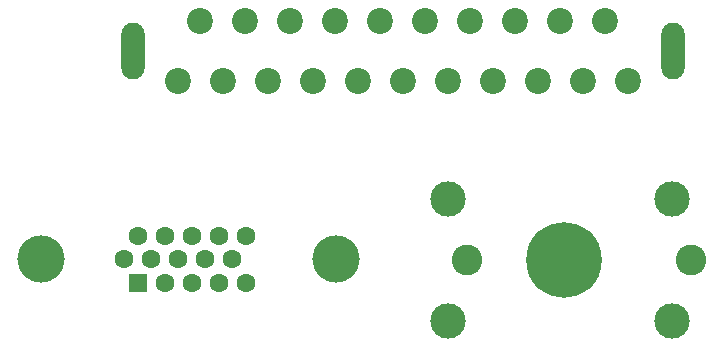
<source format=gbr>
%TF.GenerationSoftware,KiCad,Pcbnew,6.0.11-2627ca5db0~126~ubuntu22.04.1*%
%TF.CreationDate,2024-01-17T10:59:56+01:00*%
%TF.ProjectId,SCART-TO-HD15,53434152-542d-4544-9f2d-484431352e6b,rev?*%
%TF.SameCoordinates,Original*%
%TF.FileFunction,Soldermask,Bot*%
%TF.FilePolarity,Negative*%
%FSLAX46Y46*%
G04 Gerber Fmt 4.6, Leading zero omitted, Abs format (unit mm)*
G04 Created by KiCad (PCBNEW 6.0.11-2627ca5db0~126~ubuntu22.04.1) date 2024-01-17 10:59:56*
%MOMM*%
%LPD*%
G01*
G04 APERTURE LIST*
%ADD10O,2.000000X4.800000*%
%ADD11C,2.200000*%
%ADD12C,2.600000*%
%ADD13C,3.000000*%
%ADD14C,6.400000*%
%ADD15C,4.000000*%
%ADD16R,1.600000X1.600000*%
%ADD17C,1.600000*%
G04 APERTURE END LIST*
D10*
%TO.C,J1*%
X160567107Y-83760000D03*
X114847107Y-83760000D03*
D11*
X156767107Y-86300000D03*
X154852107Y-81220000D03*
X152957107Y-86300000D03*
X151042107Y-81220000D03*
X149147107Y-86300000D03*
X147232107Y-81220000D03*
X145337107Y-86300000D03*
X143422107Y-81220000D03*
X141527107Y-86300000D03*
X139612107Y-81220000D03*
X137717107Y-86300000D03*
X135802107Y-81220000D03*
X133907107Y-86300000D03*
X131992107Y-81220000D03*
X130097107Y-86300000D03*
X128182107Y-81220000D03*
X126287107Y-86300000D03*
X124372107Y-81220000D03*
X122477107Y-86300000D03*
X120562107Y-81220000D03*
X118667107Y-86300000D03*
%TD*%
D12*
%TO.C,J2*%
X162140000Y-101440000D03*
D13*
X160540000Y-106590000D03*
X160540000Y-96290000D03*
%TD*%
D12*
%TO.C,J3*%
X143120000Y-101470000D03*
D13*
X141520000Y-106620000D03*
X141520000Y-96320000D03*
%TD*%
D14*
%TO.C,H1*%
X151330000Y-101470000D03*
%TD*%
D15*
%TO.C,J10*%
X132065000Y-101405331D03*
X107065000Y-101405331D03*
D16*
X115250000Y-103385331D03*
D17*
X117540000Y-103385331D03*
X119830000Y-103385331D03*
X122120000Y-103385331D03*
X124410000Y-103385331D03*
X114105000Y-101405331D03*
X116395000Y-101405331D03*
X118685000Y-101405331D03*
X120975000Y-101405331D03*
X123265000Y-101405331D03*
X115250000Y-99425331D03*
X117540000Y-99425331D03*
X119830000Y-99425331D03*
X122120000Y-99425331D03*
X124410000Y-99425331D03*
%TD*%
M02*

</source>
